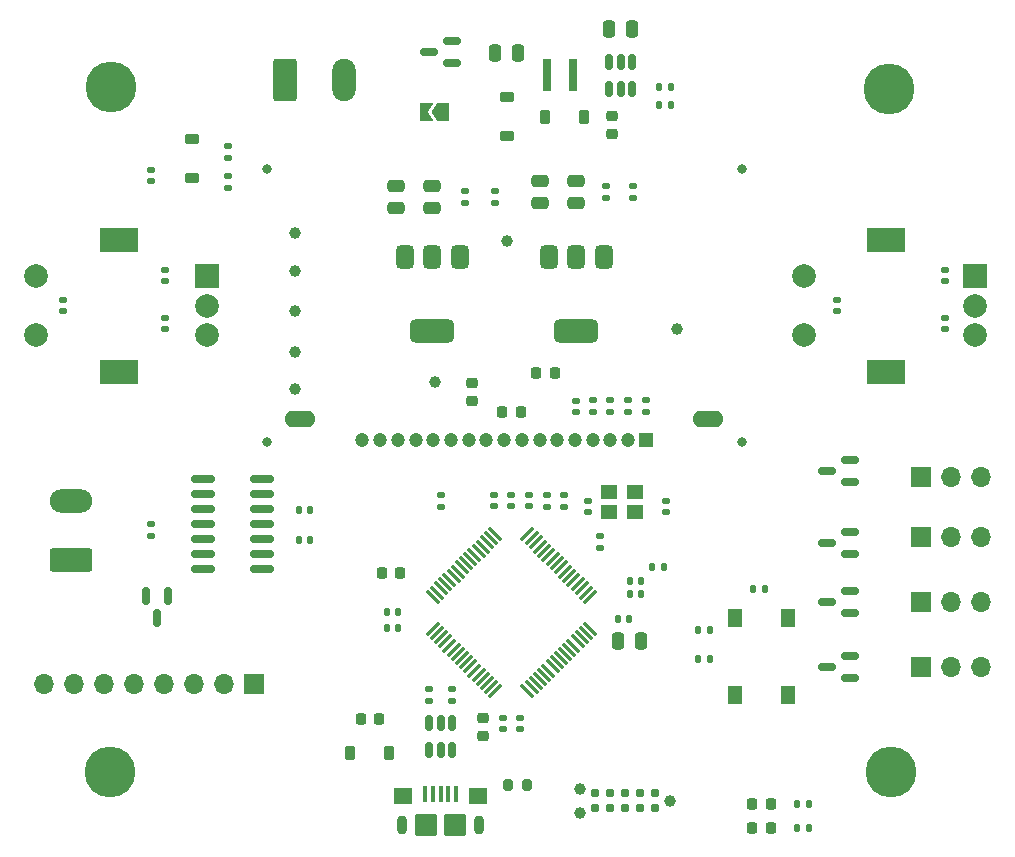
<source format=gbr>
%TF.GenerationSoftware,KiCad,Pcbnew,8.0.3-8.0.3-0~ubuntu24.04.1*%
%TF.CreationDate,2024-08-04T08:10:12-05:00*%
%TF.ProjectId,FRCMotorTester,4652434d-6f74-46f7-9254-65737465722e,rev?*%
%TF.SameCoordinates,Original*%
%TF.FileFunction,Soldermask,Top*%
%TF.FilePolarity,Negative*%
%FSLAX46Y46*%
G04 Gerber Fmt 4.6, Leading zero omitted, Abs format (unit mm)*
G04 Created by KiCad (PCBNEW 8.0.3-8.0.3-0~ubuntu24.04.1) date 2024-08-04 08:10:12*
%MOMM*%
%LPD*%
G01*
G04 APERTURE LIST*
G04 Aperture macros list*
%AMRoundRect*
0 Rectangle with rounded corners*
0 $1 Rounding radius*
0 $2 $3 $4 $5 $6 $7 $8 $9 X,Y pos of 4 corners*
0 Add a 4 corners polygon primitive as box body*
4,1,4,$2,$3,$4,$5,$6,$7,$8,$9,$2,$3,0*
0 Add four circle primitives for the rounded corners*
1,1,$1+$1,$2,$3*
1,1,$1+$1,$4,$5*
1,1,$1+$1,$6,$7*
1,1,$1+$1,$8,$9*
0 Add four rect primitives between the rounded corners*
20,1,$1+$1,$2,$3,$4,$5,0*
20,1,$1+$1,$4,$5,$6,$7,0*
20,1,$1+$1,$6,$7,$8,$9,0*
20,1,$1+$1,$8,$9,$2,$3,0*%
%AMFreePoly0*
4,1,6,1.000000,0.000000,0.500000,-0.750000,-0.500000,-0.750000,-0.500000,0.750000,0.500000,0.750000,1.000000,0.000000,1.000000,0.000000,$1*%
%AMFreePoly1*
4,1,6,0.500000,-0.750000,-0.650000,-0.750000,-0.150000,0.000000,-0.650000,0.750000,0.500000,0.750000,0.500000,-0.750000,0.500000,-0.750000,$1*%
G04 Aperture macros list end*
%ADD10R,1.400000X1.200000*%
%ADD11RoundRect,0.200000X0.200000X0.275000X-0.200000X0.275000X-0.200000X-0.275000X0.200000X-0.275000X0*%
%ADD12RoundRect,0.225000X0.225000X0.250000X-0.225000X0.250000X-0.225000X-0.250000X0.225000X-0.250000X0*%
%ADD13RoundRect,0.225000X-0.250000X0.225000X-0.250000X-0.225000X0.250000X-0.225000X0.250000X0.225000X0*%
%ADD14RoundRect,0.225000X-0.225000X-0.250000X0.225000X-0.250000X0.225000X0.250000X-0.225000X0.250000X0*%
%ADD15RoundRect,0.250000X-0.250000X-0.475000X0.250000X-0.475000X0.250000X0.475000X-0.250000X0.475000X0*%
%ADD16RoundRect,0.135000X-0.135000X-0.185000X0.135000X-0.185000X0.135000X0.185000X-0.135000X0.185000X0*%
%ADD17C,0.990600*%
%ADD18C,0.787400*%
%ADD19R,1.700000X1.700000*%
%ADD20O,1.700000X1.700000*%
%ADD21RoundRect,0.140000X-0.140000X-0.170000X0.140000X-0.170000X0.140000X0.170000X-0.140000X0.170000X0*%
%ADD22RoundRect,0.150000X0.150000X-0.512500X0.150000X0.512500X-0.150000X0.512500X-0.150000X-0.512500X0*%
%ADD23RoundRect,0.140000X0.140000X0.170000X-0.140000X0.170000X-0.140000X-0.170000X0.140000X-0.170000X0*%
%ADD24RoundRect,0.150000X0.825000X0.150000X-0.825000X0.150000X-0.825000X-0.150000X0.825000X-0.150000X0*%
%ADD25RoundRect,0.075000X0.441942X0.548008X-0.548008X-0.441942X-0.441942X-0.548008X0.548008X0.441942X0*%
%ADD26RoundRect,0.075000X-0.441942X0.548008X-0.548008X0.441942X0.441942X-0.548008X0.548008X-0.441942X0*%
%ADD27RoundRect,0.135000X-0.185000X0.135000X-0.185000X-0.135000X0.185000X-0.135000X0.185000X0.135000X0*%
%ADD28RoundRect,0.135000X0.185000X-0.135000X0.185000X0.135000X-0.185000X0.135000X-0.185000X-0.135000X0*%
%ADD29RoundRect,0.135000X0.135000X0.185000X-0.135000X0.185000X-0.135000X-0.185000X0.135000X-0.185000X0*%
%ADD30RoundRect,0.225000X-0.375000X0.225000X-0.375000X-0.225000X0.375000X-0.225000X0.375000X0.225000X0*%
%ADD31RoundRect,0.218750X-0.218750X-0.256250X0.218750X-0.256250X0.218750X0.256250X-0.218750X0.256250X0*%
%ADD32RoundRect,0.140000X-0.170000X0.140000X-0.170000X-0.140000X0.170000X-0.140000X0.170000X0.140000X0*%
%ADD33RoundRect,0.140000X0.170000X-0.140000X0.170000X0.140000X-0.170000X0.140000X-0.170000X-0.140000X0*%
%ADD34RoundRect,0.250000X0.475000X-0.250000X0.475000X0.250000X-0.475000X0.250000X-0.475000X-0.250000X0*%
%ADD35C,4.300000*%
%ADD36R,1.295400X1.549400*%
%ADD37C,1.000000*%
%ADD38O,0.900000X1.600000*%
%ADD39RoundRect,0.250000X-0.550000X-0.450000X0.550000X-0.450000X0.550000X0.450000X-0.550000X0.450000X0*%
%ADD40RoundRect,0.250000X-0.700000X-0.700000X0.700000X-0.700000X0.700000X0.700000X-0.700000X0.700000X0*%
%ADD41RoundRect,0.100000X-0.100000X-0.575000X0.100000X-0.575000X0.100000X0.575000X-0.100000X0.575000X0*%
%ADD42RoundRect,0.225000X0.225000X0.375000X-0.225000X0.375000X-0.225000X-0.375000X0.225000X-0.375000X0*%
%ADD43RoundRect,0.250000X-0.750000X-1.550000X0.750000X-1.550000X0.750000X1.550000X-0.750000X1.550000X0*%
%ADD44O,2.000000X3.600000*%
%ADD45RoundRect,0.150000X0.587500X0.150000X-0.587500X0.150000X-0.587500X-0.150000X0.587500X-0.150000X0*%
%ADD46RoundRect,0.225000X-0.225000X-0.375000X0.225000X-0.375000X0.225000X0.375000X-0.225000X0.375000X0*%
%ADD47RoundRect,0.375000X-0.375000X0.625000X-0.375000X-0.625000X0.375000X-0.625000X0.375000X0.625000X0*%
%ADD48RoundRect,0.500000X-1.400000X0.500000X-1.400000X-0.500000X1.400000X-0.500000X1.400000X0.500000X0*%
%ADD49RoundRect,0.250000X1.550000X-0.750000X1.550000X0.750000X-1.550000X0.750000X-1.550000X-0.750000X0*%
%ADD50O,3.600000X2.000000*%
%ADD51RoundRect,0.150000X-0.150000X0.587500X-0.150000X-0.587500X0.150000X-0.587500X0.150000X0.587500X0*%
%ADD52RoundRect,0.250000X0.250000X0.475000X-0.250000X0.475000X-0.250000X-0.475000X0.250000X-0.475000X0*%
%ADD53FreePoly0,180.000000*%
%ADD54FreePoly1,180.000000*%
%ADD55R,0.800000X2.700000*%
%ADD56RoundRect,0.225000X0.375000X-0.225000X0.375000X0.225000X-0.375000X0.225000X-0.375000X-0.225000X0*%
%ADD57O,2.620000X1.412000*%
%ADD58C,1.204000*%
%ADD59RoundRect,0.102000X0.500000X0.500000X-0.500000X0.500000X-0.500000X-0.500000X0.500000X-0.500000X0*%
%ADD60C,0.800000*%
%ADD61R,2.000000X2.000000*%
%ADD62C,2.000000*%
%ADD63R,3.200000X2.000000*%
G04 APERTURE END LIST*
D10*
%TO.C,Y2*%
X141300000Y-78500000D03*
X143500000Y-78500000D03*
X143500000Y-76800000D03*
X141300000Y-76800000D03*
%TD*%
D11*
%TO.C,R1*%
X134325000Y-101600000D03*
X132675000Y-101600000D03*
%TD*%
D12*
%TO.C,C47*%
X123575000Y-83600000D03*
X122025000Y-83600000D03*
%TD*%
D13*
%TO.C,C46*%
X130600000Y-95925000D03*
X130600000Y-97475000D03*
%TD*%
D14*
%TO.C,C43*%
X120225000Y-95968000D03*
X121775000Y-95968000D03*
%TD*%
D13*
%TO.C,C42*%
X129700000Y-67525000D03*
X129700000Y-69075000D03*
%TD*%
D14*
%TO.C,C41*%
X135125000Y-66700000D03*
X136675000Y-66700000D03*
%TD*%
D12*
%TO.C,C40*%
X133775000Y-70000000D03*
X132225000Y-70000000D03*
%TD*%
D15*
%TO.C,C1*%
X142050000Y-89400000D03*
X143950000Y-89400000D03*
%TD*%
D16*
%TO.C,R21*%
X144890000Y-83100000D03*
X145910000Y-83100000D03*
%TD*%
D17*
%TO.C,J7*%
X146410000Y-102900000D03*
X138790000Y-103916000D03*
X138790000Y-101884000D03*
D18*
X145140000Y-102265000D03*
X143870000Y-102265000D03*
X142600000Y-102265000D03*
X141330000Y-102265000D03*
X140060000Y-102265000D03*
X140060000Y-103535000D03*
X141330000Y-103535000D03*
X142600000Y-103535000D03*
X143870000Y-103535000D03*
X145140000Y-103535000D03*
%TD*%
D19*
%TO.C,J9*%
X111200000Y-93000000D03*
D20*
X108660000Y-93000000D03*
X106120000Y-93000000D03*
X103580000Y-93000000D03*
X101040000Y-93000000D03*
X98500000Y-93000000D03*
X95960000Y-93000000D03*
X93420000Y-93000000D03*
%TD*%
D21*
%TO.C,C10*%
X143980000Y-85400000D03*
X143020000Y-85400000D03*
%TD*%
%TO.C,C8*%
X143980000Y-84300000D03*
X143020000Y-84300000D03*
%TD*%
D22*
%TO.C,U4*%
X126050000Y-96362500D03*
X127000000Y-96362500D03*
X127950000Y-96362500D03*
X127950000Y-98637500D03*
X127000000Y-98637500D03*
X126050000Y-98637500D03*
%TD*%
D23*
%TO.C,C17*%
X148820000Y-88500000D03*
X149780000Y-88500000D03*
%TD*%
D24*
%TO.C,U2*%
X111875000Y-83310000D03*
X111875000Y-82040000D03*
X111875000Y-80770000D03*
X111875000Y-79500000D03*
X111875000Y-78230000D03*
X111875000Y-76960000D03*
X111875000Y-75690000D03*
X106925000Y-75690000D03*
X106925000Y-76960000D03*
X106925000Y-78230000D03*
X106925000Y-79500000D03*
X106925000Y-80770000D03*
X106925000Y-82040000D03*
X106925000Y-83310000D03*
%TD*%
D25*
%TO.C,U1*%
X139664481Y-85638819D03*
X139310928Y-85285266D03*
X138957375Y-84931713D03*
X138603821Y-84578159D03*
X138250268Y-84224606D03*
X137896714Y-83871052D03*
X137543161Y-83517499D03*
X137189608Y-83163946D03*
X136836054Y-82810392D03*
X136482501Y-82456839D03*
X136128948Y-82103286D03*
X135775394Y-81749732D03*
X135421841Y-81396179D03*
X135068287Y-81042625D03*
X134714734Y-80689072D03*
X134361181Y-80335519D03*
D26*
X131638819Y-80335519D03*
X131285266Y-80689072D03*
X130931713Y-81042625D03*
X130578159Y-81396179D03*
X130224606Y-81749732D03*
X129871052Y-82103286D03*
X129517499Y-82456839D03*
X129163946Y-82810392D03*
X128810392Y-83163946D03*
X128456839Y-83517499D03*
X128103286Y-83871052D03*
X127749732Y-84224606D03*
X127396179Y-84578159D03*
X127042625Y-84931713D03*
X126689072Y-85285266D03*
X126335519Y-85638819D03*
D25*
X126335519Y-88361181D03*
X126689072Y-88714734D03*
X127042625Y-89068287D03*
X127396179Y-89421841D03*
X127749732Y-89775394D03*
X128103286Y-90128948D03*
X128456839Y-90482501D03*
X128810392Y-90836054D03*
X129163946Y-91189608D03*
X129517499Y-91543161D03*
X129871052Y-91896714D03*
X130224606Y-92250268D03*
X130578159Y-92603821D03*
X130931713Y-92957375D03*
X131285266Y-93310928D03*
X131638819Y-93664481D03*
D26*
X134361181Y-93664481D03*
X134714734Y-93310928D03*
X135068287Y-92957375D03*
X135421841Y-92603821D03*
X135775394Y-92250268D03*
X136128948Y-91896714D03*
X136482501Y-91543161D03*
X136836054Y-91189608D03*
X137189608Y-90836054D03*
X137543161Y-90482501D03*
X137896714Y-90128948D03*
X138250268Y-89775394D03*
X138603821Y-89421841D03*
X138957375Y-89068287D03*
X139310928Y-88714734D03*
X139664481Y-88361181D03*
%TD*%
D27*
%TO.C,R20*%
X109000000Y-49990000D03*
X109000000Y-51010000D03*
%TD*%
%TO.C,R19*%
X109000000Y-47490000D03*
X109000000Y-48510000D03*
%TD*%
%TO.C,R11*%
X136000000Y-78010000D03*
X136000000Y-76990000D03*
%TD*%
%TO.C,R10*%
X137490000Y-78010000D03*
X137490000Y-76990000D03*
%TD*%
D28*
%TO.C,R9*%
X140500000Y-81510000D03*
X140500000Y-80490000D03*
%TD*%
D16*
%TO.C,R8*%
X158210000Y-103200000D03*
X157190000Y-103200000D03*
%TD*%
D28*
%TO.C,R3*%
X127000000Y-76990000D03*
X127000000Y-78010000D03*
%TD*%
D29*
%TO.C,R2*%
X148790000Y-90900000D03*
X149810000Y-90900000D03*
%TD*%
D30*
%TO.C,D12*%
X106000000Y-46850000D03*
X106000000Y-50150000D03*
%TD*%
D31*
%TO.C,D10*%
X154987500Y-103200000D03*
X153412500Y-103200000D03*
%TD*%
D32*
%TO.C,C16*%
X102500000Y-49520000D03*
X102500000Y-50480000D03*
%TD*%
D33*
%TO.C,C15*%
X131500000Y-77020000D03*
X131500000Y-77980000D03*
%TD*%
D21*
%TO.C,C14*%
X115020000Y-78300000D03*
X115980000Y-78300000D03*
%TD*%
%TO.C,C13*%
X115020000Y-80800000D03*
X115980000Y-80800000D03*
%TD*%
D34*
%TO.C,C22*%
X123272500Y-52744000D03*
X123272500Y-50844000D03*
%TD*%
D21*
%TO.C,C2*%
X142980000Y-87500000D03*
X142020000Y-87500000D03*
%TD*%
D27*
%TO.C,R16*%
X141040000Y-50854000D03*
X141040000Y-51874000D03*
%TD*%
D32*
%TO.C,C39*%
X144373600Y-69020000D03*
X144373600Y-69980000D03*
%TD*%
D35*
%TO.C,H3*%
X99000000Y-100500000D03*
%TD*%
D32*
%TO.C,C32*%
X169672000Y-57940000D03*
X169672000Y-58900000D03*
%TD*%
D36*
%TO.C,SW1*%
X151918699Y-93941152D03*
X151918699Y-87441150D03*
X156418701Y-93941152D03*
X156418701Y-87441150D03*
%TD*%
D19*
%TO.C,J3*%
X167675000Y-75475000D03*
D20*
X170215000Y-75475000D03*
X172755000Y-75475000D03*
%TD*%
D15*
%TO.C,C24*%
X141290000Y-37592000D03*
X143190000Y-37592000D03*
%TD*%
D37*
%TO.C,TP14*%
X114681000Y-68072000D03*
%TD*%
%TO.C,TP10*%
X114681000Y-64897000D03*
%TD*%
D38*
%TO.C,J1*%
X130300000Y-105000000D03*
D39*
X130200000Y-102550000D03*
D40*
X128200000Y-105000000D03*
X125800000Y-105000000D03*
D39*
X123800000Y-102550000D03*
D38*
X123700000Y-105000000D03*
D41*
X128300000Y-102325000D03*
X127650000Y-102325000D03*
X127000000Y-102325000D03*
X126350000Y-102325000D03*
X125700000Y-102325000D03*
%TD*%
D32*
%TO.C,C35*%
X138430000Y-69070800D03*
X138430000Y-70030800D03*
%TD*%
%TO.C,C36*%
X139903200Y-69020000D03*
X139903200Y-69980000D03*
%TD*%
%TO.C,C38*%
X142900400Y-69020000D03*
X142900400Y-69980000D03*
%TD*%
D42*
%TO.C,D2*%
X139150000Y-45000000D03*
X135850000Y-45000000D03*
%TD*%
D33*
%TO.C,C33*%
X169672000Y-62964000D03*
X169672000Y-62004000D03*
%TD*%
D43*
%TO.C,J2*%
X113832000Y-41870500D03*
D44*
X118832000Y-41870500D03*
%TD*%
D28*
%TO.C,R5*%
X128000000Y-93490000D03*
X128000000Y-94510000D03*
%TD*%
D45*
%TO.C,D5*%
X159762500Y-91600000D03*
X161637500Y-90650000D03*
X161637500Y-92550000D03*
%TD*%
%TO.C,D7*%
X161637500Y-82050000D03*
X161637500Y-80150000D03*
X159762500Y-81100000D03*
%TD*%
D46*
%TO.C,D11*%
X122650000Y-98900000D03*
X119350000Y-98900000D03*
%TD*%
D47*
%TO.C,U7*%
X140800000Y-56850000D03*
X138500000Y-56850000D03*
D48*
X138500000Y-63150000D03*
D47*
X136200000Y-56850000D03*
%TD*%
D28*
%TO.C,R15*%
X143326000Y-51874000D03*
X143326000Y-50854000D03*
%TD*%
%TO.C,R13*%
X131654500Y-52304000D03*
X131654500Y-51284000D03*
%TD*%
D32*
%TO.C,C5*%
X132300000Y-95920000D03*
X132300000Y-96880000D03*
%TD*%
D37*
%TO.C,TP11*%
X114681000Y-61468000D03*
%TD*%
D34*
%TO.C,C23*%
X126320500Y-52744000D03*
X126320500Y-50844000D03*
%TD*%
D49*
%TO.C,J8*%
X95722500Y-82500000D03*
D50*
X95722500Y-77500000D03*
%TD*%
D51*
%TO.C,D4*%
X103950000Y-85562500D03*
X102050000Y-85562500D03*
X103000000Y-87437500D03*
%TD*%
D45*
%TO.C,D8*%
X161637500Y-75950000D03*
X161637500Y-74050000D03*
X159762500Y-75000000D03*
%TD*%
D33*
%TO.C,C9*%
X134500000Y-77020000D03*
X134500000Y-77980000D03*
%TD*%
D19*
%TO.C,J4*%
X167675000Y-91575000D03*
D20*
X170215000Y-91575000D03*
X172755000Y-91575000D03*
%TD*%
D35*
%TO.C,H2*%
X165000000Y-42672000D03*
%TD*%
D32*
%TO.C,C37*%
X141376400Y-69020000D03*
X141376400Y-69980000D03*
%TD*%
D33*
%TO.C,C30*%
X103632000Y-62964000D03*
X103632000Y-62004000D03*
%TD*%
D37*
%TO.C,TP8*%
X126500000Y-67500000D03*
%TD*%
D16*
%TO.C,R4*%
X154510000Y-85000000D03*
X153490000Y-85000000D03*
%TD*%
D52*
%TO.C,C28*%
X133538000Y-39624000D03*
X131638000Y-39624000D03*
%TD*%
D19*
%TO.C,J6*%
X167675000Y-80575000D03*
D20*
X170215000Y-80575000D03*
X172755000Y-80575000D03*
%TD*%
D13*
%TO.C,C26*%
X141500000Y-44945000D03*
X141500000Y-46495000D03*
%TD*%
D34*
%TO.C,C25*%
X135452000Y-52314000D03*
X135452000Y-50414000D03*
%TD*%
D28*
%TO.C,R6*%
X126000000Y-93490000D03*
X126000000Y-94510000D03*
%TD*%
D47*
%TO.C,U5*%
X128608000Y-56850000D03*
X126308000Y-56850000D03*
D48*
X126308000Y-63150000D03*
D47*
X124008000Y-56850000D03*
%TD*%
D33*
%TO.C,C31*%
X94996000Y-61440000D03*
X94996000Y-60480000D03*
%TD*%
D28*
%TO.C,R12*%
X102500000Y-80510000D03*
X102500000Y-79490000D03*
%TD*%
D16*
%TO.C,R18*%
X145480000Y-42500000D03*
X146500000Y-42500000D03*
%TD*%
D29*
%TO.C,R17*%
X146500000Y-44000000D03*
X145480000Y-44000000D03*
%TD*%
D53*
%TO.C,JP1*%
X127217000Y-44615100D03*
D54*
X125767000Y-44615100D03*
%TD*%
D45*
%TO.C,Q2*%
X127937500Y-40485100D03*
X127937500Y-38585100D03*
X126062500Y-39535100D03*
%TD*%
D37*
%TO.C,TP12*%
X114681000Y-58039000D03*
%TD*%
D16*
%TO.C,R7*%
X158210000Y-105200000D03*
X157190000Y-105200000D03*
%TD*%
D32*
%TO.C,C3*%
X146100000Y-78480000D03*
X146100000Y-77520000D03*
%TD*%
D23*
%TO.C,C11*%
X123400000Y-88300000D03*
X122440000Y-88300000D03*
%TD*%
D37*
%TO.C,TP9*%
X147000000Y-63000000D03*
%TD*%
D19*
%TO.C,J5*%
X167700000Y-86100000D03*
D20*
X170240000Y-86100000D03*
X172780000Y-86100000D03*
%TD*%
D35*
%TO.C,H1*%
X99060000Y-42500000D03*
%TD*%
D27*
%TO.C,R14*%
X129114500Y-51284000D03*
X129114500Y-52304000D03*
%TD*%
D45*
%TO.C,D6*%
X159762500Y-86100000D03*
X161637500Y-85150000D03*
X161637500Y-87050000D03*
%TD*%
D34*
%TO.C,C27*%
X138500000Y-52314000D03*
X138500000Y-50414000D03*
%TD*%
D31*
%TO.C,D1*%
X154987500Y-105200000D03*
X153412500Y-105200000D03*
%TD*%
D35*
%TO.C,H4*%
X165100000Y-100500000D03*
%TD*%
D32*
%TO.C,C4*%
X139500000Y-78480000D03*
X139500000Y-77520000D03*
%TD*%
%TO.C,C29*%
X103632000Y-57968000D03*
X103632000Y-58928000D03*
%TD*%
D33*
%TO.C,C7*%
X133000000Y-77020000D03*
X133000000Y-77980000D03*
%TD*%
D55*
%TO.C,L1*%
X138209200Y-41500000D03*
X136009200Y-41500000D03*
%TD*%
D37*
%TO.C,TP13*%
X114681000Y-54864000D03*
%TD*%
%TO.C,TP7*%
X132588000Y-55500000D03*
%TD*%
D22*
%TO.C,U6*%
X141290000Y-42637500D03*
X142240000Y-42637500D03*
X143190000Y-42637500D03*
X143190000Y-40362500D03*
X142240000Y-40362500D03*
X141290000Y-40362500D03*
%TD*%
D23*
%TO.C,C12*%
X123400000Y-86900000D03*
X122440000Y-86900000D03*
%TD*%
D32*
%TO.C,C6*%
X133700000Y-95920000D03*
X133700000Y-96880000D03*
%TD*%
D33*
%TO.C,C34*%
X160528000Y-61440000D03*
X160528000Y-60480000D03*
%TD*%
D56*
%TO.C,D3*%
X132588000Y-46608000D03*
X132588000Y-43308000D03*
%TD*%
D57*
%TO.C,DS1*%
X115088500Y-70560000D03*
X149688500Y-70560000D03*
D58*
X120388500Y-72360000D03*
X121888500Y-72360000D03*
X123388500Y-72360000D03*
X124888500Y-72360000D03*
X126388500Y-72360000D03*
X127888500Y-72360000D03*
X129388500Y-72360000D03*
X130888500Y-72360000D03*
X132388500Y-72360000D03*
X133888500Y-72360000D03*
X135388500Y-72360000D03*
X136888500Y-72360000D03*
X138388500Y-72360000D03*
X139888500Y-72360000D03*
X141388500Y-72360000D03*
X142888500Y-72360000D03*
D59*
X144388500Y-72360000D03*
D60*
X112288500Y-49410000D03*
X112288500Y-72510000D03*
X152488500Y-49410000D03*
X152488500Y-72510000D03*
%TD*%
D61*
%TO.C,SW3*%
X172250000Y-58500000D03*
D62*
X172250000Y-63500000D03*
X172250000Y-61000000D03*
D63*
X164750000Y-66600000D03*
X164750000Y-55400000D03*
D62*
X157750000Y-63500000D03*
X157750000Y-58500000D03*
%TD*%
D61*
%TO.C,SW2*%
X107250000Y-58500000D03*
D62*
X107250000Y-63500000D03*
X107250000Y-61000000D03*
D63*
X99750000Y-66600000D03*
X99750000Y-55400000D03*
D62*
X92750000Y-63500000D03*
X92750000Y-58500000D03*
%TD*%
M02*

</source>
